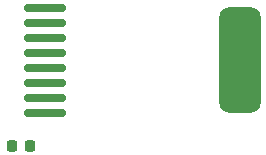
<source format=gbr>
%TF.GenerationSoftware,KiCad,Pcbnew,(6.0.0)*%
%TF.CreationDate,2022-01-12T21:24:23-06:00*%
%TF.ProjectId,Current_Sense,43757272-656e-4745-9f53-656e73652e6b,rev?*%
%TF.SameCoordinates,Original*%
%TF.FileFunction,Paste,Top*%
%TF.FilePolarity,Positive*%
%FSLAX46Y46*%
G04 Gerber Fmt 4.6, Leading zero omitted, Abs format (unit mm)*
G04 Created by KiCad (PCBNEW (6.0.0)) date 2022-01-12 21:24:23*
%MOMM*%
%LPD*%
G01*
G04 APERTURE LIST*
G04 Aperture macros list*
%AMRoundRect*
0 Rectangle with rounded corners*
0 $1 Rounding radius*
0 $2 $3 $4 $5 $6 $7 $8 $9 X,Y pos of 4 corners*
0 Add a 4 corners polygon primitive as box body*
4,1,4,$2,$3,$4,$5,$6,$7,$8,$9,$2,$3,0*
0 Add four circle primitives for the rounded corners*
1,1,$1+$1,$2,$3*
1,1,$1+$1,$4,$5*
1,1,$1+$1,$6,$7*
1,1,$1+$1,$8,$9*
0 Add four rect primitives between the rounded corners*
20,1,$1+$1,$2,$3,$4,$5,0*
20,1,$1+$1,$4,$5,$6,$7,0*
20,1,$1+$1,$6,$7,$8,$9,0*
20,1,$1+$1,$8,$9,$2,$3,0*%
G04 Aperture macros list end*
%ADD10RoundRect,0.218750X0.218750X0.256250X-0.218750X0.256250X-0.218750X-0.256250X0.218750X-0.256250X0*%
%ADD11RoundRect,0.875000X-0.875000X3.625000X-0.875000X-3.625000X0.875000X-3.625000X0.875000X3.625000X0*%
%ADD12RoundRect,0.175000X-1.575000X0.175000X-1.575000X-0.175000X1.575000X-0.175000X1.575000X0.175000X0*%
G04 APERTURE END LIST*
D10*
%TO.C,C1*%
X104521000Y-92329000D03*
X106096000Y-92329000D03*
%TD*%
D11*
%TO.C,J5*%
X123825000Y-85090000D03*
D12*
X107380000Y-84455000D03*
X107380000Y-81915000D03*
X107380000Y-80645000D03*
X107380000Y-83185000D03*
X107380000Y-85725000D03*
X107380000Y-86995000D03*
X107380000Y-88265000D03*
X107380000Y-89535000D03*
%TD*%
M02*

</source>
